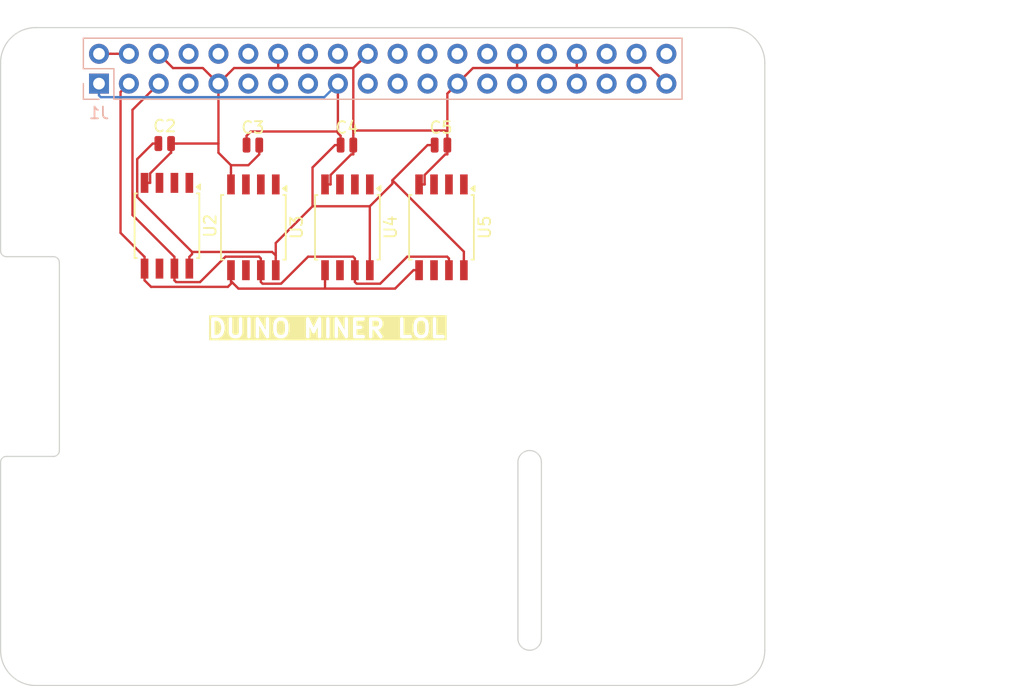
<source format=kicad_pcb>
(kicad_pcb (version 20240108) (generator "pcbnew") (generator_version "8.0")
  (title_block (date "15 nov 2012"))
  (layers (0 "F.Cu" signal) (31 "B.Cu" signal) (34 "B.Paste" user) (35 "F.Paste" user) (36 "B.SilkS" user "B.Silkscreen") (37 "F.SilkS" user "F.Silkscreen") (38 "B.Mask" user) (39 "F.Mask" user) (44 "Edge.Cuts" user))
  (net 0 "")
  (net 1 "GND")
  (net 2 "/GPIO2{slash}SDA1")
  (net 3 "/GPIO3{slash}SCL1")
  (net 4 "/GPIO4{slash}GPCLK0")
  (net 5 "/GPIO14{slash}TXD0")
  (net 6 "/GPIO15{slash}RXD0")
  (net 7 "/GPIO17")
  (net 8 "/GPIO18{slash}PCM.CLK")
  (net 9 "/GPIO27")
  (net 10 "/GPIO22")
  (net 11 "/GPIO23")
  (net 12 "/GPIO24")
  (net 13 "/GPIO10{slash}SPI0.MOSI")
  (net 14 "/GPIO9{slash}SPI0.MISO")
  (net 15 "/GPIO25")
  (net 16 "/GPIO11{slash}SPI0.SCLK")
  (net 17 "/GPIO8{slash}SPI0.CE0")
  (net 18 "/GPIO7{slash}SPI0.CE1")
  (net 19 "/ID_SDA")
  (net 20 "/ID_SCL")
  (net 21 "/GPIO5")
  (net 22 "/GPIO6")
  (net 23 "/GPIO12{slash}PWM0")
  (net 24 "/GPIO13{slash}PWM1")
  (net 25 "/GPIO19{slash}PCM.FS")
  (net 26 "/GPIO16")
  (net 27 "/GPIO26")
  (net 28 "/GPIO20{slash}PCM.DIN")
  (net 29 "/GPIO21{slash}PCM.DOUT")
  (net 30 "+5V")
  (net 31 "+3V3")
  (footprint "Package_SO:SOIC-8W_5.3x5.3mm_P1.27mm" (layer "F.Cu") (at 137.5 61 -90)
    (property "Reference" "U5" (at 0 -3.68 90) (layer "F.SilkS"))
    (property "Value" "ATtiny85V-10S")
    (fp_line (start -2.75 2.755) (end 2.75 2.755) (stroke (width 0.15)) (layer "F.SilkS"))
    (fp_line (start -2.75 2.755) (end -2.75 2.55) (stroke (width 0.15)) (layer "F.SilkS"))
    (fp_line (start 2.75 2.755) (end 2.75 2.55) (stroke (width 0.15)) (layer "F.SilkS"))
    (fp_line (start -2.75 -2.755) (end -2.75 -2.55) (stroke (width 0.15)) (layer "F.SilkS"))
    (fp_line (start -2.75 -2.755) (end 2.75 -2.755) (stroke (width 0.15)) (layer "F.SilkS"))
    (fp_line (start 2.75 -2.755) (end 2.75 -2.55) (stroke (width 0.15)) (layer "F.SilkS"))
    (fp_poly (pts (xy -3.3 -2.5) (xy -3.54 -2.83) (xy -3.06 -2.83) (xy -3.3 -2.5)) (stroke (width 0.12)) (fill solid) (layer "F.SilkS"))
    (pad "1" smd rect (at -3.65 -1.905 270) (size 1.7 0.65) (layers "F.Cu" "F.Paste" "F.Mask"))
    (pad "2" smd rect (at -3.65 -0.635 270) (size 1.7 0.65) (layers "F.Cu" "F.Paste" "F.Mask"))
    (pad "3" smd rect (at -3.65 0.635 270) (size 1.7 0.65) (layers "F.Cu" "F.Paste" "F.Mask"))
    (pad "4" smd rect (at -3.65 1.905 270) (size 1.7 0.65) (layers "F.Cu" "F.Paste" "F.Mask") (net 1 "GND"))
    (pad "5" smd rect (at 3.65 1.905 270) (size 1.7 0.65) (layers "F.Cu" "F.Paste" "F.Mask") (net 2 "/GPIO2{slash}SDA1"))
    (pad "6" smd rect (at 3.65 0.635 270) (size 1.7 0.65) (layers "F.Cu" "F.Paste" "F.Mask"))
    (pad "7" smd rect (at 3.65 -0.635 270) (size 1.7 0.65) (layers "F.Cu" "F.Paste" "F.Mask") (net 3 "/GPIO3{slash}SCL1"))
    (pad "8" smd rect (at 3.65 -1.905 270) (size 1.7 0.65) (layers "F.Cu" "F.Paste" "F.Mask") (net 31 "+3V3"))
  )
  (footprint "MountingHole:MountingHole_2.7mm_M2.5" (layer "F.Cu") (at 161.5 47.5)
    (property "Reference" "MH2" (hide yes))
    (property "Value" "MountingHole_2.7mm_M2.5" (hide yes))
    (pad "" np_thru_hole circle (at 0 0) (size 2.7 2.7) (drill 2.7) (layers "*.Cu" "*.Mask"))
  )
  (footprint "Capacitor_SMD:C_0504_1310Metric" (layer "F.Cu") (at 121.46 54)
    (property "Reference" "C3" (at 0 -1.49 0) (layer "F.SilkS"))
    (property "Value" "C")
    (pad "1" smd roundrect (at -0.54 0) (size 0.66 1.28) (layers "F.Cu" "F.Paste" "F.Mask") (net 31 "+3V3"))
    (pad "2" smd roundrect (at 0.54 0) (size 0.66 1.28) (layers "F.Cu" "F.Paste" "F.Mask") (net 1 "GND"))
  )
  (footprint "Package_SO:SOIC-8W_5.3x5.3mm_P1.27mm" (layer "F.Cu") (at 129.5 61 -90)
    (property "Reference" "U4" (at 0 -3.68 90) (layer "F.SilkS"))
    (property "Value" "ATtiny85V-10S")
    (fp_line (start -2.75 2.755) (end 2.75 2.755) (stroke (width 0.15)) (layer "F.SilkS"))
    (fp_line (start -2.75 2.755) (end -2.75 2.55) (stroke (width 0.15)) (layer "F.SilkS"))
    (fp_line (start 2.75 2.755) (end 2.75 2.55) (stroke (width 0.15)) (layer "F.SilkS"))
    (fp_line (start -2.75 -2.755) (end -2.75 -2.55) (stroke (width 0.15)) (layer "F.SilkS"))
    (fp_line (start -2.75 -2.755) (end 2.75 -2.755) (stroke (width 0.15)) (layer "F.SilkS"))
    (fp_line (start 2.75 -2.755) (end 2.75 -2.55) (stroke (width 0.15)) (layer "F.SilkS"))
    (fp_poly (pts (xy -3.3 -2.5) (xy -3.54 -2.83) (xy -3.06 -2.83) (xy -3.3 -2.5)) (stroke (width 0.12)) (fill solid) (layer "F.SilkS"))
    (pad "1" smd rect (at -3.65 -1.905 270) (size 1.7 0.65) (layers "F.Cu" "F.Paste" "F.Mask"))
    (pad "2" smd rect (at -3.65 -0.635 270) (size 1.7 0.65) (layers "F.Cu" "F.Paste" "F.Mask"))
    (pad "3" smd rect (at -3.65 0.635 270) (size 1.7 0.65) (layers "F.Cu" "F.Paste" "F.Mask"))
    (pad "4" smd rect (at -3.65 1.905 270) (size 1.7 0.65) (layers "F.Cu" "F.Paste" "F.Mask") (net 1 "GND"))
    (pad "5" smd rect (at 3.65 1.905 270) (size 1.7 0.65) (layers "F.Cu" "F.Paste" "F.Mask") (net 2 "/GPIO2{slash}SDA1"))
    (pad "6" smd rect (at 3.65 0.635 270) (size 1.7 0.65) (layers "F.Cu" "F.Paste" "F.Mask"))
    (pad "7" smd rect (at 3.65 -0.635 270) (size 1.7 0.65) (layers "F.Cu" "F.Paste" "F.Mask") (net 3 "/GPIO3{slash}SCL1"))
    (pad "8" smd rect (at 3.65 -1.905 270) (size 1.7 0.65) (layers "F.Cu" "F.Paste" "F.Mask") (net 31 "+3V3"))
  )
  (footprint "MountingHole:MountingHole_2.7mm_M2.5" (layer "F.Cu") (at 103.5 96.5)
    (property "Reference" "MH3" (hide yes))
    (property "Value" "MountingHole_2.7mm_M2.5" (hide yes))
    (pad "" np_thru_hole circle (at 0 0) (size 2.7 2.7) (drill 2.7) (layers "*.Cu" "*.Mask"))
  )
  (footprint "Package_SO:SOIC-8W_5.3x5.3mm_P1.27mm" (layer "F.Cu") (at 114.15 60.865 -90)
    (property "Reference" "U2" (at 0 -3.68 90) (layer "F.SilkS"))
    (property "Value" "ATtiny85V-10S")
    (fp_line (start -2.75 2.755) (end 2.75 2.755) (stroke (width 0.15)) (layer "F.SilkS"))
    (fp_line (start -2.75 2.755) (end -2.75 2.55) (stroke (width 0.15)) (layer "F.SilkS"))
    (fp_line (start 2.75 2.755) (end 2.75 2.55) (stroke (width 0.15)) (layer "F.SilkS"))
    (fp_line (start -2.75 -2.755) (end -2.75 -2.55) (stroke (width 0.15)) (layer "F.SilkS"))
    (fp_line (start -2.75 -2.755) (end 2.75 -2.755) (stroke (width 0.15)) (layer "F.SilkS"))
    (fp_line (start 2.75 -2.755) (end 2.75 -2.55) (stroke (width 0.15)) (layer "F.SilkS"))
    (fp_poly (pts (xy -3.3 -2.5) (xy -3.54 -2.83) (xy -3.06 -2.83) (xy -3.3 -2.5)) (stroke (width 0.12)) (fill solid) (layer "F.SilkS"))
    (pad "1" smd rect (at -3.65 -1.905 270) (size 1.7 0.65) (layers "F.Cu" "F.Paste" "F.Mask"))
    (pad "2" smd rect (at -3.65 -0.635 270) (size 1.7 0.65) (layers "F.Cu" "F.Paste" "F.Mask"))
    (pad "3" smd rect (at -3.65 0.635 270) (size 1.7 0.65) (layers "F.Cu" "F.Paste" "F.Mask"))
    (pad "4" smd rect (at -3.65 1.905 270) (size 1.7 0.65) (layers "F.Cu" "F.Paste" "F.Mask") (net 1 "GND"))
    (pad "5" smd rect (at 3.65 1.905 270) (size 1.7 0.65) (layers "F.Cu" "F.Paste" "F.Mask") (net 2 "/GPIO2{slash}SDA1"))
    (pad "6" smd rect (at 3.65 0.635 270) (size 1.7 0.65) (layers "F.Cu" "F.Paste" "F.Mask"))
    (pad "7" smd rect (at 3.65 -0.635 270) (size 1.7 0.65) (layers "F.Cu" "F.Paste" "F.Mask") (net 3 "/GPIO3{slash}SCL1"))
    (pad "8" smd rect (at 3.65 -1.905 270) (size 1.7 0.65) (layers "F.Cu" "F.Paste" "F.Mask") (net 31 "+3V3"))
  )
  (footprint "MountingHole:MountingHole_2.7mm_M2.5" (layer "F.Cu") (at 103.5 47.5)
    (property "Reference" "MH1" (hide yes))
    (property "Value" "MountingHole_2.7mm_M2.5" (hide yes))
    (pad "" np_thru_hole circle (at 0 0) (size 2.7 2.7) (drill 2.7) (layers "*.Cu" "*.Mask"))
  )
  (footprint "Capacitor_SMD:C_0504_1310Metric" (layer "F.Cu") (at 113.96 53.87)
    (property "Reference" "C2" (at 0 -1.49 0) (layer "F.SilkS"))
    (property "Value" "C")
    (pad "1" smd roundrect (at -0.54 0) (size 0.66 1.28) (layers "F.Cu" "F.Paste" "F.Mask") (net 31 "+3V3"))
    (pad "2" smd roundrect (at 0.54 0) (size 0.66 1.28) (layers "F.Cu" "F.Paste" "F.Mask") (net 1 "GND"))
  )
  (footprint "Capacitor_SMD:C_0504_1310Metric" (layer "F.Cu") (at 137.46 54)
    (property "Reference" "C5" (at 0 -1.49 0) (layer "F.SilkS"))
    (property "Value" "C")
    (pad "1" smd roundrect (at -0.54 0) (size 0.66 1.28) (layers "F.Cu" "F.Paste" "F.Mask") (net 31 "+3V3"))
    (pad "2" smd roundrect (at 0.54 0) (size 0.66 1.28) (layers "F.Cu" "F.Paste" "F.Mask") (net 1 "GND"))
  )
  (footprint "MountingHole:MountingHole_2.7mm_M2.5" (layer "F.Cu") (at 161.5 96.5)
    (property "Reference" "MH4" (hide yes))
    (property "Value" "MountingHole_2.7mm_M2.5" (hide yes))
    (pad "" np_thru_hole circle (at 0 0) (size 2.7 2.7) (drill 2.7) (layers "*.Cu" "*.Mask"))
  )
  (footprint "Package_SO:SOIC-8W_5.3x5.3mm_P1.27mm" (layer "F.Cu") (at 121.5 61 -90)
    (property "Reference" "U3" (at 0 -3.68 90) (layer "F.SilkS"))
    (property "Value" "ATtiny85V-10S")
    (fp_line (start -2.75 2.755) (end 2.75 2.755) (stroke (width 0.15)) (layer "F.SilkS"))
    (fp_line (start -2.75 2.755) (end -2.75 2.55) (stroke (width 0.15)) (layer "F.SilkS"))
    (fp_line (start 2.75 2.755) (end 2.75 2.55) (stroke (width 0.15)) (layer "F.SilkS"))
    (fp_line (start -2.75 -2.755) (end -2.75 -2.55) (stroke (width 0.15)) (layer "F.SilkS"))
    (fp_line (start -2.75 -2.755) (end 2.75 -2.755) (stroke (width 0.15)) (layer "F.SilkS"))
    (fp_line (start 2.75 -2.755) (end 2.75 -2.55) (stroke (width 0.15)) (layer "F.SilkS"))
    (fp_poly (pts (xy -3.3 -2.5) (xy -3.54 -2.83) (xy -3.06 -2.83) (xy -3.3 -2.5)) (stroke (width 0.12)) (fill solid) (layer "F.SilkS"))
    (pad "1" smd rect (at -3.65 -1.905 270) (size 1.7 0.65) (layers "F.Cu" "F.Paste" "F.Mask"))
    (pad "2" smd rect (at -3.65 -0.635 270) (size 1.7 0.65) (layers "F.Cu" "F.Paste" "F.Mask"))
    (pad "3" smd rect (at -3.65 0.635 270) (size 1.7 0.65) (layers "F.Cu" "F.Paste" "F.Mask"))
    (pad "4" smd rect (at -3.65 1.905 270) (size 1.7 0.65) (layers "F.Cu" "F.Paste" "F.Mask") (net 1 "GND"))
    (pad "5" smd rect (at 3.65 1.905 270) (size 1.7 0.65) (layers "F.Cu" "F.Paste" "F.Mask") (net 2 "/GPIO2{slash}SDA1"))
    (pad "6" smd rect (at 3.65 0.635 270) (size 1.7 0.65) (layers "F.Cu" "F.Paste" "F.Mask"))
    (pad "7" smd rect (at 3.65 -0.635 270) (size 1.7 0.65) (layers "F.Cu" "F.Paste" "F.Mask") (net 3 "/GPIO3{slash}SCL1"))
    (pad "8" smd rect (at 3.65 -1.905 270) (size 1.7 0.65) (layers "F.Cu" "F.Paste" "F.Mask") (net 31 "+3V3"))
  )
  (footprint "Capacitor_SMD:C_0504_1310Metric" (layer "F.Cu") (at 129.46 54)
    (property "Reference" "C4" (at 0 -1.49 0) (layer "F.SilkS"))
    (property "Value" "C")
    (pad "1" smd roundrect (at -0.54 0) (size 0.66 1.28) (layers "F.Cu" "F.Paste" "F.Mask") (net 31 "+3V3"))
    (pad "2" smd roundrect (at 0.54 0) (size 0.66 1.28) (layers "F.Cu" "F.Paste" "F.Mask") (net 1 "GND"))
  )
  (footprint "Connector_PinSocket_2.54mm:PinSocket_2x20_P2.54mm_Vertical" (layer "B.Cu") (at 108.37 48.77 -90)
    (property "Reference" "J1" (at 2.5 0 0) (layer "B.SilkS") (effects (justify mirror)))
    (property "Value" "GPIO")
    (fp_line (start -3.87 1.33) (end -1.27 1.33) (stroke (width 0.12)) (layer "B.SilkS"))
    (fp_line (start -3.87 1.33) (end -3.87 -49.59) (stroke (width 0.12)) (layer "B.SilkS"))
    (fp_line (start -1.27 1.33) (end -1.27 -1.27) (stroke (width 0.12)) (layer "B.SilkS"))
    (fp_line (start 0 1.33) (end 1.33 1.33) (stroke (width 0.12)) (layer "B.SilkS"))
    (fp_line (start 1.33 1.33) (end 1.33 0) (stroke (width 0.12)) (layer "B.SilkS"))
    (fp_line (start -1.27 -1.27) (end 1.33 -1.27) (stroke (width 0.12)) (layer "B.SilkS"))
    (fp_line (start 1.33 -1.27) (end 1.33 -49.59) (stroke (width 0.12)) (layer "B.SilkS"))
    (fp_line (start -3.87 -49.59) (end 1.33 -49.59) (stroke (width 0.12)) (layer "B.SilkS"))
    (pad "1" thru_hole rect (at 0 0 270) (size 1.7 1.7) (drill 1) (layers "*.Cu" "*.Mask") (net 31 "+3V3"))
    (pad "2" thru_hole oval (at -2.54 0 270) (size 1.7 1.7) (drill 1) (layers "*.Cu" "*.Mask") (net 30 "+5V"))
    (pad "3" thru_hole oval (at 0 -2.54 270) (size 1.7 1.7) (drill 1) (layers "*.Cu" "*.Mask") (net 2 "/GPIO2{slash}SDA1"))
    (pad "4" thru_hole oval (at -2.54 -2.54 270) (size 1.7 1.7) (drill 1) (layers "*.Cu" "*.Mask") (net 30 "+5V"))
    (pad "5" thru_hole oval (at 0 -5.08 270) (size 1.7 1.7) (drill 1) (layers "*.Cu" "*.Mask") (net 3 "/GPIO3{slash}SCL1"))
    (pad "6" thru_hole oval (at -2.54 -5.08 270) (size 1.7 1.7) (drill 1) (layers "*.Cu" "*.Mask") (net 1 "GND"))
    (pad "7" thru_hole oval (at 0 -7.62 270) (size 1.7 1.7) (drill 1) (layers "*.Cu" "*.Mask") (net 4 "/GPIO4{slash}GPCLK0"))
    (pad "8" thru_hole oval (at -2.54 -7.62 270) (size 1.7 1.7) (drill 1) (layers "*.Cu" "*.Mask") (net 5 "/GPIO14{slash}TXD0"))
    (pad "9" thru_hole oval (at 0 -10.16 270) (size 1.7 1.7) (drill 1) (layers "*.Cu" "*.Mask") (net 1 "GND"))
    (pad "10" thru_hole oval (at -2.54 -10.16 270) (size 1.7 1.7) (drill 1) (layers "*.Cu" "*.Mask") (net 6 "/GPIO15{slash}RXD0"))
    (pad "11" thru_hole oval (at 0 -12.7 270) (size 1.7 1.7) (drill 1) (layers "*.Cu" "*.Mask") (net 7 "/GPIO17"))
    (pad "12" thru_hole oval (at -2.54 -12.7 270) (size 1.7 1.7) (drill 1) (layers "*.Cu" "*.Mask") (net 8 "/GPIO18{slash}PCM.CLK"))
    (pad "13" thru_hole oval (at 0 -15.24 270) (size 1.7 1.7) (drill 1) (layers "*.Cu" "*.Mask") (net 9 "/GPIO27"))
    (pad "14" thru_hole oval (at -2.54 -15.24 270) (size 1.7 1.7) (drill 1) (layers "*.Cu" "*.Mask") (net 1 "GND"))
    (pad "15" thru_hole oval (at 0 -17.78 270) (size 1.7 1.7) (drill 1) (layers "*.Cu" "*.Mask") (net 10 "/GPIO22"))
    (pad "16" thru_hole oval (at -2.54 -17.78 270) (size 1.7 1.7) (drill 1) (layers "*.Cu" "*.Mask") (net 11 "/GPIO23"))
    (pad "17" thru_hole oval (at 0 -20.32 270) (size 1.7 1.7) (drill 1) (layers "*.Cu" "*.Mask") (net 31 "+3V3"))
    (pad "18" thru_hole oval (at -2.54 -20.32 270) (size 1.7 1.7) (drill 1) (layers "*.Cu" "*.Mask") (net 12 "/GPIO24"))
    (pad "19" thru_hole oval (at 0 -22.86 270) (size 1.7 1.7) (drill 1) (layers "*.Cu" "*.Mask") (net 13 "/GPIO10{slash}SPI0.MOSI"))
    (pad "20" thru_hole oval (at -2.54 -22.86 270) (size 1.7 1.7) (drill 1) (layers "*.Cu" "*.Mask") (net 1 "GND"))
    (pad "21" thru_hole oval (at 0 -25.4 270) (size 1.7 1.7) (drill 1) (layers "*.Cu" "*.Mask") (net 14 "/GPIO9{slash}SPI0.MISO"))
    (pad "22" thru_hole oval (at -2.54 -25.4 270) (size 1.7 1.7) (drill 1) (layers "*.Cu" "*.Mask") (net 15 "/GPIO25"))
    (pad "23" thru_hole oval (at 0 -27.94 270) (size 1.7 1.7) (drill 1) (layers "*.Cu" "*.Mask") (net 16 "/GPIO11{slash}SPI0.SCLK"))
    (pad "24" thru_hole oval (at -2.54 -27.94 270) (size 1.7 1.7) (drill 1) (layers "*.Cu" "*.Mask") (net 17 "/GPIO8{slash}SPI0.CE0"))
    (pad "25" thru_hole oval (at 0 -30.48 270) (size 1.7 1.7) (drill 1) (layers "*.Cu" "*.Mask") (net 1 "GND"))
    (pad "26" thru_hole oval (at -2.54 -30.48 270) (size 1.7 1.7) (drill 1) (layers "*.Cu" "*.Mask") (net 18 "/GPIO7{slash}SPI0.CE1"))
    (pad "27" thru_hole oval (at 0 -33.02 270) (size 1.7 1.7) (drill 1) (layers "*.Cu" "*.Mask") (net 19 "/ID_SDA"))
    (pad "28" thru_hole oval (at -2.54 -33.02 270) (size 1.7 1.7) (drill 1) (layers "*.Cu" "*.Mask") (net 20 "/ID_SCL"))
    (pad "29" thru_hole oval (at 0 -35.56 270) (size 1.7 1.7) (drill 1) (layers "*.Cu" "*.Mask") (net 21 "/GPIO5"))
    (pad "30" thru_hole oval (at -2.54 -35.56 270) (size 1.7 1.7) (drill 1) (layers "*.Cu" "*.Mask") (net 1 "GND"))
    (pad "31" thru_hole oval (at 0 -38.1 270) (size 1.7 1.7) (drill 1) (layers "*.Cu" "*.Mask") (net 22 "/GPIO6"))
    (pad "32" thru_hole oval (at -2.54 -38.1 270) (size 1.7 1.7) (drill 1) (layers "*.Cu" "*.Mask") (net 23 "/GPIO12{slash}PWM0"))
    (pad "33" thru_hole oval (at 0 -40.64 270) (size 1.7 1.7) (drill 1) (layers "*.Cu" "*.Mask") (net 24 "/GPIO13{slash}PWM1"))
    (pad "34" thru_hole oval (at -2.54 -40.64 270) (size 1.7 1.7) (drill 1) (layers "*.Cu" "*.Mask") (net 1 "GND"))
    (pad "35" thru_hole oval (at 0 -43.18 270) (size 1.7 1.7) (drill 1) (layers "*.Cu" "*.Mask") (net 25 "/GPIO19{slash}PCM.FS"))
    (pad "36" thru_hole oval (at -2.54 -43.18 270) (size 1.7 1.7) (drill 1) (layers "*.Cu" "*.Mask") (net 26 "/GPIO16"))
    (pad "37" thru_hole oval (at 0 -45.72 270) (size 1.7 1.7) (drill 1) (layers "*.Cu" "*.Mask") (net 27 "/GPIO26"))
    (pad "38" thru_hole oval (at -2.54 -45.72 270) (size 1.7 1.7) (drill 1) (layers "*.Cu" "*.Mask") (net 28 "/GPIO20{slash}PCM.DIN"))
    (pad "39" thru_hole oval (at 0 -48.26 270) (size 1.7 1.7) (drill 1) (layers "*.Cu" "*.Mask") (net 1 "GND"))
    (pad "40" thru_hole oval (at -2.54 -48.26 270) (size 1.7 1.7) (drill 1) (layers "*.Cu" "*.Mask") (net 29 "/GPIO21{slash}PCM.DOUT"))
  )
  (gr_arc (start 100.5 63.5) (mid 100.146447 63.353553) (end 100 63) (stroke (width 0.1)) (layer "Edge.Cuts"))
  (gr_arc (start 162 44) (mid 164.12132 44.87868) (end 165 47) (stroke (width 0.1)) (layer "Edge.Cuts"))
  (gr_line (start 165 97) (end 165 47) (stroke (width 0.1)) (layer "Edge.Cuts"))
  (gr_line (start 100 47) (end 100 63) (stroke (width 0.1)) (layer "Edge.Cuts"))
  (gr_line (start 146 81) (end 146 96) (stroke (width 0.1)) (layer "Edge.Cuts"))
  (gr_line (start 144 96) (end 144 81) (stroke (width 0.1)) (layer "Edge.Cuts"))
  (gr_arc (start 103 100) (mid 100.87868 99.12132) (end 100 97) (stroke (width 0.1)) (layer "Edge.Cuts"))
  (gr_line (start 103 100) (end 162 100) (stroke (width 0.1)) (layer "Edge.Cuts"))
  (gr_line (start 104.5 80.5) (end 100.5 80.5) (stroke (width 0.1)) (layer "Edge.Cuts"))
  (gr_arc (start 144 81) (mid 145 80) (end 146 81) (stroke (width 0.1)) (layer "Edge.Cuts"))
  (gr_arc (start 100 81) (mid 100.146138 80.646755) (end 100.499127 80.500001) (stroke (width 0.1)) (layer "Edge.Cuts"))
  (gr_arc (start 165 97) (mid 164.12132 99.12132) (end 162 100) (stroke (width 0.1)) (layer "Edge.Cuts"))
  (gr_line (start 105 64) (end 105 80) (stroke (width 0.1)) (layer "Edge.Cuts"))
  (gr_arc (start 100 47) (mid 100.87868 44.87868) (end 103 44) (stroke (width 0.1)) (layer "Edge.Cuts"))
  (gr_arc (start 146 96) (mid 145 97) (end 144 96) (stroke (width 0.1)) (layer "Edge.Cuts"))
  (gr_line (start 100 81) (end 100 97) (stroke (width 0.1)) (layer "Edge.Cuts"))
  (gr_line (start 100.5 63.5) (end 104.5 63.5) (stroke (width 0.1)) (layer "Edge.Cuts"))
  (gr_arc (start 105 80) (mid 104.853553 80.353553) (end 104.5 80.5) (stroke (width 0.1)) (layer "Edge.Cuts"))
  (gr_arc (start 104.5 63.5) (mid 104.853553 63.646447) (end 105 64) (stroke (width 0.1)) (layer "Edge.Cuts"))
  (gr_line (start 162 44) (end 103 44) (stroke (width 0.1)) (layer "Edge.Cuts"))
  (gr_text "DUINO MINER LOL\n" (at 117.5 70.5 0) (layer "F.SilkS" knockout) (effects (font (size 1.5 1.5) (thickness 0.3) (bold yes)) (justify left bottom)))
  (segment (start 138.85 48.77) (end 139.557 48.063) (width 0.2) (layer "F.Cu") (net 1))
  (segment (start 114.5 53.87) (end 114.98 53.87) (width 0.2) (layer "F.Cu") (net 1))
  (segment (start 130 54.79) (end 129.825 54.79) (width 0.2) (layer "F.Cu") (net 1))
  (segment (start 119.595 56.35) (end 119.595 55.715) (width 0.2) (layer "F.Cu") (net 1))
  (segment (start 121.075 55.715) (end 119.595 55.715) (width 0.2) (layer "F.Cu") (net 1))
  (segment (start 130 47.443) (end 130 52.761) (width 0.2) (layer "F.Cu") (net 1))
  (segment (start 114.663 47.443) (end 114.157 46.937) (width 0.2) (layer "F.Cu") (net 1))
  (segment (start 114.5 54.66) (end 114.47 54.66) (width 0.2) (layer "F.Cu") (net 1))
  (segment (start 122 54.79) (end 121.075 55.715) (width 0.2) (layer "F.Cu") (net 1))
  (segment (start 137.788 52.761) (end 130 52.761) (width 0.2) (layer "F.Cu") (net 1))
  (segment (start 138 54.79) (end 138 54) (width 0.2) (layer "F.Cu") (net 1))
  (segment (start 138.143 49.477) (end 138 49.62) (width 0.2) (layer "F.Cu") (net 1))
  (segment (start 136.07 57.35) (end 136.07 56.545) (width 0.2) (layer "F.Cu") (net 1))
  (segment (start 139.557 48.063) (end 140.177 47.443) (width 0.2) (layer "F.Cu") (net 1))
  (segment (start 114.47 54.66) (end 112.72 56.41) (width 0.2) (layer "F.Cu") (net 1))
  (segment (start 117.823 48.063) (end 117.203 47.443) (width 0.2) (layer "F.Cu") (net 1))
  (segment (start 129.825 54.79) (end 128.07 56.545) (width 0.2) (layer "F.Cu") (net 1))
  (segment (start 135.595 57.35) (end 136.07 57.35) (width 0.2) (layer "F.Cu") (net 1))
  (segment (start 119.237 48.063) (end 119.857 47.443) (width 0.2) (layer "F.Cu") (net 1))
  (segment (start 143.93 47.443) (end 149.01 47.443) (width 0.2) (layer "F.Cu") (net 1))
  (segment (start 140.177 47.443) (end 143.93 47.443) (width 0.2) (layer "F.Cu") (net 1))
  (segment (start 119.595 57.35) (end 119.595 56.35) (width 0.2) (layer "F.Cu") (net 1))
  (segment (start 137.825 54.79) (end 138 54.79) (width 0.2) (layer "F.Cu") (net 1))
  (segment (start 149.01 46.23) (end 149.01 47.23) (width 0.2) (layer "F.Cu") (net 1))
  (segment (start 130 53.21) (end 130 52.761) (width 0.2) (layer "F.Cu") (net 1))
  (segment (start 149.01 47.23) (end 149.01 47.443) (width 0.2) (layer "F.Cu") (net 1))
  (segment (start 114.98 53.87) (end 118.53 53.87) (width 0.2) (layer "F.Cu") (net 1))
  (segment (start 128.07 57.35) (end 127.595 57.35) (width 0.2) (layer "F.Cu") (net 1))
  (segment (start 143.93 46.23) (end 143.93 47.23) (width 0.2) (layer "F.Cu") (net 1))
  (segment (start 136.07 56.545) (end 137.825 54.79) (width 0.2) (layer "F.Cu") (net 1))
  (segment (start 130.523 46.937) (end 130.506 46.937) (width 0.2) (layer "F.Cu") (net 1))
  (segment (start 118.53 48.77) (end 118.53 49.77) (width 0.2) (layer "F.Cu") (net 1))
  (segment (start 155.923 48.063) (end 155.303 47.443) (width 0.2) (layer "F.Cu") (net 1))
  (segment (start 118.53 48.77) (end 117.823 48.063) (width 0.2) (layer "F.Cu") (net 1))
  (segment (start 123.61 46.23) (end 123.61 47.23) (width 0.2) (layer "F.Cu") (net 1))
  (segment (start 123.61 47.23) (end 123.61 47.443) (width 0.2) (layer "F.Cu") (net 1))
  (segment (start 117.203 47.443) (end 114.663 47.443) (width 0.2) (layer "F.Cu") (net 1))
  (segment (start 128.07 56.545) (end 128.07 57.35) (width 0.2) (layer "F.Cu") (net 1))
  (segment (start 119.857 47.443) (end 123.61 47.443) (width 0.2) (layer "F.Cu") (net 1))
  (segment (start 138 53.21) (end 138 52.973) (width 0.2) (layer "F.Cu") (net 1))
  (segment (start 143.93 47.23) (end 143.93 47.443) (width 0.2) (layer "F.Cu") (net 1))
  (segment (start 138 52.973) (end 137.788 52.761) (width 0.2) (layer "F.Cu") (net 1))
  (segment (start 138 54) (end 138 53.21) (width 0.2) (layer "F.Cu") (net 1))
  (segment (start 130.506 46.937) (end 130 47.443) (width 0.2) (layer "F.Cu") (net 1))
  (segment (start 130 54) (end 130 54.79) (width 0.2) (layer "F.Cu") (net 1))
  (segment (start 156.63 48.77) (end 155.923 48.063) (width 0.2) (layer "F.Cu") (net 1))
  (segment (start 112.72 57.215) (end 112.245 57.215) (width 0.2) (layer "F.Cu") (net 1))
  (segment (start 130 47.443) (end 123.61 47.443) (width 0.2) (layer "F.Cu") (net 1))
  (segment (start 122 54) (end 122 54.79) (width 0.2) (layer "F.Cu") (net 1))
  (segment (start 131.23 46.23) (end 130.523 46.937) (width 0.2) (layer "F.Cu") (net 1))
  (segment (start 138 49.62) (end 138 52.973) (width 0.2) (layer "F.Cu") (net 1))
  (segment (start 114.5 53.87) (end 114.5 54.66) (width 0.2) (layer "F.Cu") (net 1))
  (segment (start 118.53 54.65) (end 118.53 53.87) (width 0.2) (layer "F.Cu") (net 1))
  (segment (start 138.85 48.77) (end 138.143 49.477) (width 0.2) (layer "F.Cu") (net 1))
  (segment (start 130 54) (end 130 53.21) (width 0.2) (layer "F.Cu") (net 1))
  (segment (start 114.157 46.937) (end 113.45 46.23) (width 0.2) (layer "F.Cu") (net 1))
  (segment (start 119.595 55.715) (end 118.53 54.65) (width 0.2) (layer "F.Cu") (net 1))
  (segment (start 155.303 47.443) (end 149.01 47.443) (width 0.2) (layer "F.Cu") (net 1))
  (segment (start 118.53 49.77) (end 118.53 53.87) (width 0.2) (layer "F.Cu") (net 1))
  (segment (start 112.72 56.41) (end 112.72 57.215) (width 0.2) (layer "F.Cu") (net 1))
  (segment (start 118.53 48.77) (end 119.237 48.063) (width 0.2) (layer "F.Cu") (net 1))
  (segment (start 135.12 64.65) (end 135.595 64.65) (width 0.2) (layer "F.Cu") (net 2))
  (segment (start 119.595 64.65) (end 119.595 65.65) (width 0.2) (layer "F.Cu") (net 2))
  (segment (start 110.203 61.473) (end 110.203 49.477) (width 0.2) (layer "F.Cu") (net 2))
  (segment (start 127.595 66.217) (end 133.553 66.217) (width 0.2) (layer "F.Cu") (net 2))
  (segment (start 112.245 63.515) (end 110.203 61.473) (width 0.2) (layer "F.Cu") (net 2))
  (segment (start 119.665 65.65) (end 119.708 65.693) (width 0.2) (layer "F.Cu") (net 2))
  (segment (start 112.245 65.515) (end 112.797 66.067) (width 0.2) (layer "F.Cu") (net 2))
  (segment (start 119.595 65.65) (end 119.665 65.65) (width 0.2) (layer "F.Cu") (net 2))
  (segment (start 112.797 66.067) (end 119.334 66.067) (width 0.2) (layer "F.Cu") (net 2))
  (segment (start 120.232 66.217) (end 127.595 66.217) (width 0.2) (layer "F.Cu") (net 2))
  (segment (start 119.708 65.693) (end 120.232 66.217) (width 0.2) (layer "F.Cu") (net 2))
  (segment (start 133.553 66.217) (end 135.12 64.65) (width 0.2) (layer "F.Cu") (net 2))
  (segment (start 112.245 64.515) (end 112.245 65.515) (width 0.2) (layer "F.Cu") (net 2))
  (segment (start 127.595 64.65) (end 127.595 65.65) (width 0.2) (layer "F.Cu") (net 2))
  (segment (start 112.245 64.515) (end 112.245 63.515) (width 0.2) (layer "F.Cu") (net 2))
  (segment (start 110.203 49.477) (end 110.91 48.77) (width 0.2) (layer "F.Cu") (net 2))
  (segment (start 119.334 66.067) (end 119.708 65.693) (width 0.2) (layer "F.Cu") (net 2))
  (segment (start 127.595 65.65) (end 127.595 66.217) (width 0.2) (layer "F.Cu") (net 2))
  (segment (start 113.45 48.77) (end 112.743 49.477) (width 0.2) (layer "F.Cu") (net 3))
  (segment (start 122.286 65.801) (end 123.854 65.801) (width 0.2) (layer "F.Cu") (net 3))
  (segment (start 119.127 63.499) (end 121.984 63.499) (width 0.2) (layer "F.Cu") (net 3))
  (segment (start 114.785 65.515) (end 114.936 65.666) (width 0.2) (layer "F.Cu") (net 3))
  (segment (start 112.743 49.477) (end 111.218 51.002) (width 0.2) (layer "F.Cu") (net 3))
  (segment (start 130.135 65.65) (end 130.286 65.801) (width 0.2) (layer "F.Cu") (net 3))
  (segment (start 122.135 64.65) (end 122.135 65.65) (width 0.2) (layer "F.Cu") (net 3))
  (segment (start 111.218 51.002) (end 111.218 59.948) (width 0.2) (layer "F.Cu") (net 3))
  (segment (start 116.96 65.666) (end 119.127 63.499) (width 0.2) (layer "F.Cu") (net 3))
  (segment (start 126.156 63.499) (end 129.984 63.499) (width 0.2) (layer "F.Cu") (net 3))
  (segment (start 130.135 64.65) (end 130.135 65.65) (width 0.2) (layer "F.Cu") (net 3))
  (segment (start 114.785 63.515) (end 114.785 64.515) (width 0.2) (layer "F.Cu") (net 3))
  (segment (start 138.135 63.65) (end 138.135 64.65) (width 0.2) (layer "F.Cu") (net 3))
  (segment (start 114.936 65.666) (end 116.96 65.666) (width 0.2) (layer "F.Cu") (net 3))
  (segment (start 122.135 63.65) (end 122.135 64.65) (width 0.2) (layer "F.Cu") (net 3))
  (segment (start 130.135 63.65) (end 130.135 64.65) (width 0.2) (layer "F.Cu") (net 3))
  (segment (start 123.854 65.801) (end 126.156 63.499) (width 0.2) (layer "F.Cu") (net 3))
  (segment (start 111.218 59.948) (end 114.785 63.515) (width 0.2) (layer "F.Cu") (net 3))
  (segment (start 132.287 65.801) (end 134.589 63.499) (width 0.2) (layer "F.Cu") (net 3))
  (segment (start 129.984 63.499) (end 130.135 63.65) (width 0.2) (layer "F.Cu") (net 3))
  (segment (start 134.589 63.499) (end 137.984 63.499) (width 0.2) (layer "F.Cu") (net 3))
  (segment (start 114.785 64.515) (end 114.785 65.515) (width 0.2) (layer "F.Cu") (net 3))
  (segment (start 137.984 63.499) (end 138.135 63.65) (width 0.2) (layer "F.Cu") (net 3))
  (segment (start 122.135 65.65) (end 122.286 65.801) (width 0.2) (layer "F.Cu") (net 3))
  (segment (start 121.984 63.499) (end 122.135 63.65) (width 0.2) (layer "F.Cu") (net 3))
  (segment (start 130.286 65.801) (end 132.287 65.801) (width 0.2) (layer "F.Cu") (net 3))
  (segment (start 109.91 46.23) (end 110.91 46.23) (width 0.2) (layer "F.Cu") (net 30))
  (segment (start 108.37 46.23) (end 109.37 46.23) (width 0.2) (layer "F.Cu") (net 30))
  (segment (start 109.37 46.23) (end 109.91 46.23) (width 0.2) (layer "F.Cu") (net 30))
  (segment (start 136.92 54) (end 136.44 54) (width 0.2) (layer "F.Cu") (net 31))
  (segment (start 136.44 54) (end 136.32 54) (width 0.2) (layer "F.Cu") (net 31))
  (segment (start 128.69 49.77) (end 128.69 52.845) (width 0.2) (layer "F.Cu") (net 31))
  (segment (start 126.533 55.907) (end 126.533 59.209) (width 0.2) (layer "F.Cu") (net 31))
  (segment (start 111.619 58.43) (end 116.284 63.095) (width 0.2) (layer "F.Cu") (net 31))
  (segment (start 123.405 63.401) (end 123.099 63.095) (width 0.2) (layer "F.Cu") (net 31))
  (segment (start 116.055 64.515) (end 116.055 63.515) (width 0.2) (layer "F.Cu") (net 31))
  (segment (start 123.405 63.65) (end 123.405 63.401) (width 0.2) (layer "F.Cu") (net 31))
  (segment (start 139.405 64.65) (end 139.405 63.65) (width 0.2) (layer "F.Cu") (net 31))
  (segment (start 126.533 59.209) (end 123.405 62.337) (width 0.2) (layer "F.Cu") (net 31))
  (segment (start 128.69 48.77) (end 128.69 49.77) (width 0.2) (layer "F.Cu") (net 31))
  (segment (start 131.405 64.65) (end 131.405 63.65) (width 0.2) (layer "F.Cu") (net 31))
  (segment (start 128.92 53.21) (end 128.69 52.98) (width 0.2) (layer "F.Cu") (net 31))
  (segment (start 121.285 52.845) (end 128.69 52.845) (width 0.2) (layer "F.Cu") (net 31))
  (segment (start 139.405 63.65) (end 139.405 63.074) (width 0.2) (layer "F.Cu") (net 31))
  (segment (start 131.405 63.65) (end 131.405 59.209) (width 0.2) (layer "F.Cu") (net 31))
  (segment (start 120.92 54) (end 120.92 53.21) (width 0.2) (layer "F.Cu") (net 31))
  (segment (start 116.055 63.515) (end 116.284 63.286) (width 0.2) (layer "F.Cu") (net 31))
  (segment (start 128.92 54) (end 128.44 54) (width 0.2) (layer "F.Cu") (net 31))
  (segment (start 128.92 54) (end 128.92 53.21) (width 0.2) (layer "F.Cu") (net 31))
  (segment (start 123.099 63.095) (end 116.284 63.095) (width 0.2) (layer "F.Cu") (net 31))
  (segment (start 120.92 53.21) (end 121.285 52.845) (width 0.2) (layer "F.Cu") (net 31))
  (segment (start 123.405 62.337) (end 123.405 63.401) (width 0.2) (layer "F.Cu") (net 31))
  (segment (start 112.94 53.87) (end 111.619 55.191) (width 0.2) (layer "F.Cu") (net 31))
  (segment (start 126.533 59.209) (end 131.405 59.209) (width 0.2) (layer "F.Cu") (net 31))
  (segment (start 139.405 63.074) (end 133.325 56.995) (width 0.2) (layer "F.Cu") (net 31))
  (segment (start 123.405 64.65) (end 123.405 63.65) (width 0.2) (layer "F.Cu") (net 31))
  (segment (start 113.42 53.87) (end 112.94 53.87) (width 0.2) (layer "F.Cu") (net 31))
  (segment (start 128.69 52.98) (end 128.69 52.845) (width 0.2) (layer "F.Cu") (net 31))
  (segment (start 133.325 57.289) (end 133.325 56.995) (width 0.2) (layer "F.Cu") (net 31))
  (segment (start 131.405 59.209) (end 133.325 57.289) (width 0.2) (layer "F.Cu") (net 31))
  (segment (start 136.32 54) (end 133.325 56.995) (width 0.2) (layer "F.Cu") (net 31))
  (segment (start 116.284 63.286) (end 116.284 63.095) (width 0.2) (layer "F.Cu") (net 31))
  (segment (start 111.619 55.191) (end 111.619 58.43) (width 0.2) (layer "F.Cu") (net 31))
  (segment (start 128.44 54) (end 126.533 55.907) (width 0.2) (layer "F.Cu") (net 31))
  (segment (start 108.521 49.921) (end 108.37 49.77) (width 0.2) (layer "B.Cu") (net 31))
  (segment (start 108.37 49.77) (end 108.37 48.77) (width 0.2) (layer "B.Cu") (net 31))
  (segment (start 127.539 49.921) (end 108.521 49.921) (width 0.2) (layer "B.Cu") (net 31))
  (segment (start 128.69 48.77) (end 127.983 49.477) (width 0.2) (layer "B.Cu") (net 31))
  (segment (start 127.983 49.477) (end 127.539 49.921) (width 0.2) (layer "B.Cu") (net 31))
)
</source>
